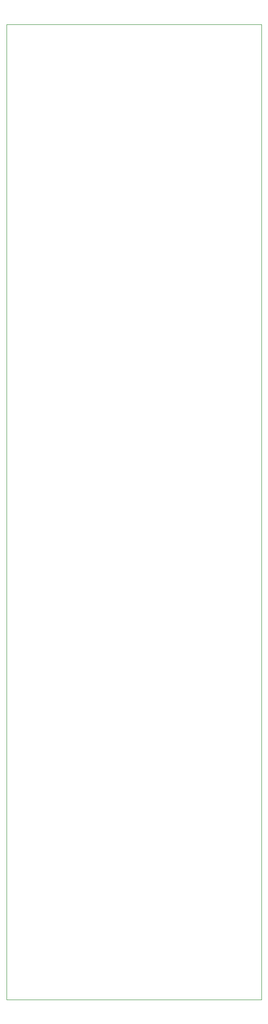
<source format=gbr>
%TF.GenerationSoftware,KiCad,Pcbnew,(5.1.9)-1*%
%TF.CreationDate,2021-09-13T19:49:27+01:00*%
%TF.ProjectId,KOSMO Mult,4b4f534d-4f20-44d7-956c-742e6b696361,rev?*%
%TF.SameCoordinates,Original*%
%TF.FileFunction,Profile,NP*%
%FSLAX46Y46*%
G04 Gerber Fmt 4.6, Leading zero omitted, Abs format (unit mm)*
G04 Created by KiCad (PCBNEW (5.1.9)-1) date 2021-09-13 19:49:27*
%MOMM*%
%LPD*%
G01*
G04 APERTURE LIST*
%TA.AperFunction,Profile*%
%ADD10C,0.050000*%
%TD*%
G04 APERTURE END LIST*
D10*
X17653000Y-191770000D02*
X17653000Y-15748000D01*
X63754000Y-191770000D02*
X17653000Y-191770000D01*
X63754000Y-15748000D02*
X63754000Y-191770000D01*
X17653000Y-15748000D02*
X63754000Y-15748000D01*
M02*

</source>
